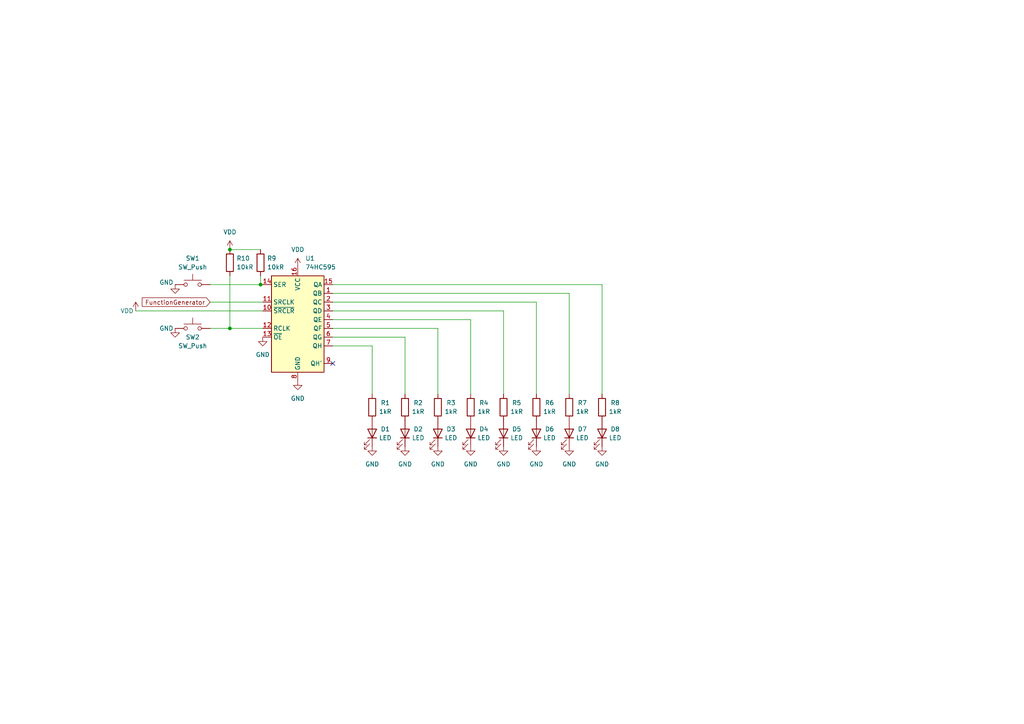
<source format=kicad_sch>
(kicad_sch (version 20230121) (generator eeschema)
  (paper "A4")
  (lib_symbols
    (symbol "74xx:74HC595"
      (property "Reference" "U" (at -7.62 13.97 0))
      (property "Value" "74HC595" (at -7.62 -16.51 0))
      (symbol "74HC595_1_0"
        (pin tri_state line (at 10.16 7.62 180) (length 2.54) (name "QB") (number "1"))
        (pin input line (at -10.16 2.54 0) (length 2.54) (name "~{SRCLR}") (number "10"))
        (pin input line (at -10.16 5.08 0) (length 2.54) (name "SRCLK") (number "11"))
        (pin input line (at -10.16 -2.54 0) (length 2.54) (name "RCLK") (number "12"))
        (pin input line (at -10.16 -5.08 0) (length 2.54) (name "~{OE}") (number "13"))
        (pin input line (at -10.16 10.16 0) (length 2.54) (name "SER") (number "14"))
        (pin tri_state line (at 10.16 10.16 180) (length 2.54) (name "QA") (number "15"))
        (pin power_in line (at 0 15.24 270) (length 2.54) (name "VCC") (number "16"))
        (pin tri_state line (at 10.16 5.08 180) (length 2.54) (name "QC") (number "2"))
        (pin tri_state line (at 10.16 2.54 180) (length 2.54) (name "QD") (number "3"))
        (pin tri_state line (at 10.16 0 180) (length 2.54) (name "QE") (number "4"))
        (pin tri_state line (at 10.16 -2.54 180) (length 2.54) (name "QF") (number "5"))
        (pin tri_state line (at 10.16 -5.08 180) (length 2.54) (name "QG") (number "6"))
        (pin tri_state line (at 10.16 -7.62 180) (length 2.54) (name "QH") (number "7"))
        (pin power_in line (at 0 -17.78 90) (length 2.54) (name "GND") (number "8"))
        (pin output line (at 10.16 -12.7 180) (length 2.54) (name "QH'") (number "9"))
      )
      (symbol "74HC595_1_1"
        (rectangle (start -7.62 12.7) (end 7.62 -15.24) (stroke (width 0.254)) (fill (type background)))
      )
    )
    (symbol "Device:LED" (pin_numbers hide) (pin_names (offset 1.016) hide)
      (property "Reference" "D" (at 0 2.54 0))
      (property "Value" "LED" (at 0 -2.54 0))
      (symbol "LED_0_1"
        (polyline (pts (xy -1.27 -1.27) (xy -1.27 1.27)) (stroke (width 0.254)))
        (polyline (pts (xy -1.27 0) (xy 1.27 0)))
        (polyline (pts (xy 1.27 -1.27) (xy 1.27 1.27) (xy -1.27 0) (xy 1.27 -1.27)) (stroke (width 0.254)))
        (polyline (pts (xy -3.048 -0.762) (xy -4.572 -2.286) (xy -3.81 -2.286) (xy -4.572 -2.286) (xy -4.572 -1.524)))
        (polyline (pts (xy -1.778 -0.762) (xy -3.302 -2.286) (xy -2.54 -2.286) (xy -3.302 -2.286) (xy -3.302 -1.524)))
      )
      (symbol "LED_1_1"
        (pin passive line (at -3.81 0 0) (length 2.54) (name "K") (number "1"))
        (pin passive line (at 3.81 0 180) (length 2.54) (name "A") (number "2"))
      )
    )
    (symbol "Device:R" (pin_numbers hide) (pin_names (offset 0))
      (property "Reference" "R" (at 2.032 0 90))
      (property "Value" "R" (at 0 0 90))
      (symbol "R_0_1"
        (rectangle (start -1.016 -2.54) (end 1.016 2.54) (stroke (width 0.254)))
      )
      (symbol "R_1_1"
        (pin passive line (at 0 3.81 270) (length 1.27) (name "~") (number "1"))
        (pin passive line (at 0 -3.81 90) (length 1.27) (name "~") (number "2"))
      )
    )
    (symbol "Switch:SW_Push" (pin_numbers hide) (pin_names (offset 1.016) hide)
      (property "Reference" "SW" (at 1.27 2.54 0))
      (property "Value" "SW_Push" (at 0 -1.524 0))
      (symbol "SW_Push_0_1"
        (circle (center -2.032 0) (radius 0.508))
        (polyline (pts (xy 0 1.27) (xy 0 3.048)))
        (polyline (pts (xy 2.54 1.27) (xy -2.54 1.27)))
        (circle (center 2.032 0) (radius 0.508))
        (pin passive line (at -5.08 0 0) (length 2.54) (name "1") (number "1"))
        (pin passive line (at 5.08 0 180) (length 2.54) (name "2") (number "2"))
      )
    )
    (symbol "power:GND" (power) (pin_names (offset 0))
      (property "Value" "GND" (at 0 -3.81 0))
      (symbol "GND_0_1"
        (polyline (pts (xy 0 0) (xy 0 -1.27) (xy 1.27 -1.27) (xy 0 -2.54) (xy -1.27 -1.27) (xy 0 -1.27)))
      )
      (symbol "GND_1_1"
        (pin power_in line (at 0 0 270) (length 0) hide (name "GND") (number "1"))
      )
    )
    (symbol "power:VDD" (power) (pin_names (offset 0))
      (property "Value" "VDD" (at 0 3.81 0))
      (symbol "VDD_0_1"
        (polyline (pts (xy -0.762 1.27) (xy 0 2.54)))
        (polyline (pts (xy 0 0) (xy 0 2.54)))
        (polyline (pts (xy 0 2.54) (xy 0.762 1.27)))
      )
      (symbol "VDD_1_1"
        (pin power_in line (at 0 0 90) (length 0) hide (name "VDD") (number "1"))
      )
    )
  )
  (junction (at 75.565 82.55))
  (junction (at 66.675 95.25))
  (junction (at 66.675 72.39))
  (no_connect (at 96.52 105.41))
  (wire (pts (xy 60.96 95.25) (xy 66.675 95.25)))
  (wire (pts (xy 117.475 97.79) (xy 117.475 114.3)))
  (wire (pts (xy 75.565 80.01) (xy 75.565 82.55)))
  (wire (pts (xy 146.05 90.17) (xy 146.05 114.3)))
  (wire (pts (xy 96.52 97.79) (xy 117.475 97.79)))
  (wire (pts (xy 96.52 82.55) (xy 174.625 82.55)))
  (wire (pts (xy 96.52 100.33) (xy 107.95 100.33)))
  (wire (pts (xy 174.625 82.55) (xy 174.625 114.3)))
  (wire (pts (xy 96.52 95.25) (xy 127 95.25)))
  (wire (pts (xy 136.525 92.71) (xy 136.525 114.3)))
  (wire (pts (xy 96.52 85.09) (xy 165.1 85.09)))
  (wire (pts (xy 96.52 90.17) (xy 146.05 90.17)))
  (wire (pts (xy 155.575 87.63) (xy 155.575 114.3)))
  (wire (pts (xy 66.675 72.39) (xy 75.565 72.39)))
  (wire (pts (xy 39.37 90.17) (xy 76.2 90.17)))
  (wire (pts (xy 165.1 85.09) (xy 165.1 114.3)))
  (wire (pts (xy 127 95.25) (xy 127 114.3)))
  (wire (pts (xy 60.96 82.55) (xy 75.565 82.55)))
  (wire (pts (xy 60.96 87.63) (xy 76.2 87.63)))
  (wire (pts (xy 75.565 82.55) (xy 76.2 82.55)))
  (wire (pts (xy 107.95 100.33) (xy 107.95 114.3)))
  (wire (pts (xy 66.675 95.25) (xy 76.2 95.25)))
  (wire (pts (xy 66.675 80.01) (xy 66.675 95.25)))
  (wire (pts (xy 96.52 92.71) (xy 136.525 92.71)))
  (wire (pts (xy 96.52 87.63) (xy 155.575 87.63)))
  (global_label "FunctionGenerator" (shape input) (at 60.96 87.63 180) (property "Intersheetrefs" "${INTERSHEET_REFS}" (effects hide)))
  (symbol (lib_id "Device:R") (at 174.625 118.11 0) (unit 1)
    (property "Reference" "R8" (at 178.435 116.84 0))
    (property "Value" "1kR" (at 178.435 119.38 0))
  )
  (symbol (lib_id "Device:R") (at 75.565 76.2 0) (unit 1)
    (property "Reference" "R9" (at 77.47 74.93 0) (effects (justify left)))
    (property "Value" "10kR" (at 77.47 77.47 0) (effects (justify left)))
  )
  (symbol (lib_id "power:GND") (at 107.95 129.54 0) (unit 1)
    (property "Reference" "#PWR01" (effects hide))
    (property "Value" "GND" (at 107.95 134.62 0))
  )
  (symbol (lib_id "Device:R") (at 146.05 118.11 0) (unit 1)
    (property "Reference" "R5" (at 149.86 116.84 0))
    (property "Value" "1kR" (at 149.86 119.38 0))
  )
  (symbol (lib_id "Device:R") (at 155.575 118.11 0) (unit 1)
    (property "Reference" "R6" (at 159.385 116.84 0))
    (property "Value" "1kR" (at 159.385 119.38 0))
  )
  (symbol (lib_id "Device:R") (at 165.1 118.11 0) (unit 1)
    (property "Reference" "R7" (at 168.91 116.84 0))
    (property "Value" "1kR" (at 168.91 119.38 0))
  )
  (symbol (lib_id "Device:LED") (at 136.525 125.73 270) (mirror x) (unit 1)
    (property "Reference" "D4" (at 140.335 124.46 90))
    (property "Value" "LED" (at 140.335 127 90))
  )
  (symbol (lib_id "power:GND") (at 165.1 129.54 0) (unit 1)
    (property "Reference" "#PWR07" (effects hide))
    (property "Value" "GND" (at 165.1 134.62 0))
  )
  (symbol (lib_id "Device:R") (at 136.525 118.11 0) (unit 1)
    (property "Reference" "R4" (at 140.335 116.84 0))
    (property "Value" "1kR" (at 140.335 119.38 0))
  )
  (symbol (lib_id "Device:LED") (at 107.95 125.73 270) (mirror x) (unit 1)
    (property "Reference" "D1" (at 111.76 124.46 90))
    (property "Value" "LED" (at 111.76 127 90))
  )
  (symbol (lib_id "power:GND") (at 146.05 129.54 0) (unit 1)
    (property "Reference" "#PWR05" (effects hide))
    (property "Value" "GND" (at 146.05 134.62 0))
  )
  (symbol (lib_id "power:VDD") (at 66.675 72.39 0) (unit 1)
    (property "Reference" "#PWR015" (effects hide))
    (property "Value" "VDD" (at 66.675 67.31 0))
  )
  (symbol (lib_id "Device:LED") (at 165.1 125.73 270) (mirror x) (unit 1)
    (property "Reference" "D7" (at 168.91 124.46 90))
    (property "Value" "LED" (at 168.91 127 90))
  )
  (symbol (lib_id "power:GND") (at 50.8 95.25 0) (unit 1)
    (property "Reference" "#PWR012" (effects hide))
    (property "Value" "GND" (at 48.26 95.25 0))
  )
  (symbol (lib_id "Switch:SW_Push") (at 55.88 82.55 0) (unit 1)
    (property "Reference" "SW1" (at 55.88 74.93 0))
    (property "Value" "SW_Push" (at 55.88 77.47 0))
  )
  (symbol (lib_id "Device:LED") (at 174.625 125.73 270) (mirror x) (unit 1)
    (property "Reference" "D8" (at 178.435 124.46 90))
    (property "Value" "LED" (at 178.435 127 90))
  )
  (symbol (lib_id "power:GND") (at 86.36 110.49 0) (unit 1)
    (property "Reference" "#PWR09" (effects hide))
    (property "Value" "GND" (at 86.36 115.57 0))
  )
  (symbol (lib_id "power:GND") (at 155.575 129.54 0) (unit 1)
    (property "Reference" "#PWR06" (effects hide))
    (property "Value" "GND" (at 155.575 134.62 0))
  )
  (symbol (lib_id "power:GND") (at 117.475 129.54 0) (unit 1)
    (property "Reference" "#PWR02" (effects hide))
    (property "Value" "GND" (at 117.475 134.62 0))
  )
  (symbol (lib_id "Device:R") (at 117.475 118.11 0) (unit 1)
    (property "Reference" "R2" (at 121.285 116.84 0))
    (property "Value" "1kR" (at 121.285 119.38 0))
  )
  (symbol (lib_id "Device:R") (at 66.675 76.2 0) (unit 1)
    (property "Reference" "R10" (at 68.58 74.93 0) (effects (justify left)))
    (property "Value" "10kR" (at 68.58 77.47 0) (effects (justify left)))
  )
  (symbol (lib_id "power:VDD") (at 86.36 77.47 0) (unit 1)
    (property "Reference" "#PWR010" (effects hide))
    (property "Value" "VDD" (at 86.36 72.39 0))
  )
  (symbol (lib_id "power:GND") (at 76.2 97.79 0) (unit 1)
    (property "Reference" "#PWR013" (effects hide))
    (property "Value" "GND" (at 76.2 102.87 0))
  )
  (symbol (lib_id "74xx:74HC595") (at 86.36 92.71 0) (unit 1)
    (property "Reference" "U1" (at 88.5541 74.93 0) (effects (justify left)))
    (property "Value" "74HC595" (at 88.5541 77.47 0) (effects (justify left)))
    (property "Datasheet" "http://www.ti.com/lit/ds/symlink/sn74hc595.pdf" (effects hide))
  )
  (symbol (lib_id "power:GND") (at 127 129.54 0) (unit 1)
    (property "Reference" "#PWR03" (effects hide))
    (property "Value" "GND" (at 127 134.62 0))
  )
  (symbol (lib_id "Device:LED") (at 127 125.73 270) (mirror x) (unit 1)
    (property "Reference" "D3" (at 130.81 124.46 90))
    (property "Value" "LED" (at 130.81 127 90))
  )
  (symbol (lib_id "Device:LED") (at 117.475 125.73 270) (mirror x) (unit 1)
    (property "Reference" "D2" (at 121.285 124.46 90))
    (property "Value" "LED" (at 121.285 127 90))
  )
  (symbol (lib_id "Device:R") (at 127 118.11 0) (unit 1)
    (property "Reference" "R3" (at 130.81 116.84 0))
    (property "Value" "1kR" (at 130.81 119.38 0))
  )
  (symbol (lib_id "Device:LED") (at 146.05 125.73 270) (mirror x) (unit 1)
    (property "Reference" "D5" (at 149.86 124.46 90))
    (property "Value" "LED" (at 149.86 127 90))
  )
  (symbol (lib_id "Switch:SW_Push") (at 55.88 95.25 0) (unit 1)
    (property "Reference" "SW2" (at 55.88 97.79 0))
    (property "Value" "SW_Push" (at 55.88 100.33 0))
  )
  (symbol (lib_id "power:GND") (at 50.8 82.55 0) (unit 1)
    (property "Reference" "#PWR014" (effects hide))
    (property "Value" "GND" (at 48.26 81.915 0))
  )
  (symbol (lib_id "Device:R") (at 107.95 118.11 0) (unit 1)
    (property "Reference" "R1" (at 111.76 116.84 0))
    (property "Value" "1kR" (at 111.76 119.38 0))
  )
  (symbol (lib_id "power:VDD") (at 39.37 90.17 0) (unit 1)
    (property "Reference" "#PWR011" (effects hide))
    (property "Value" "VDD" (at 36.83 90.17 0))
  )
  (symbol (lib_id "power:GND") (at 136.525 129.54 0) (unit 1)
    (property "Reference" "#PWR04" (effects hide))
    (property "Value" "GND" (at 136.525 134.62 0))
  )
  (symbol (lib_id "power:GND") (at 174.625 129.54 0) (unit 1)
    (property "Reference" "#PWR08" (effects hide))
    (property "Value" "GND" (at 174.625 134.62 0))
  )
  (symbol (lib_id "Device:LED") (at 155.575 125.73 270) (mirror x) (unit 1)
    (property "Reference" "D6" (at 159.385 124.46 90))
    (property "Value" "LED" (at 159.385 127 90))
  )
)
</source>
